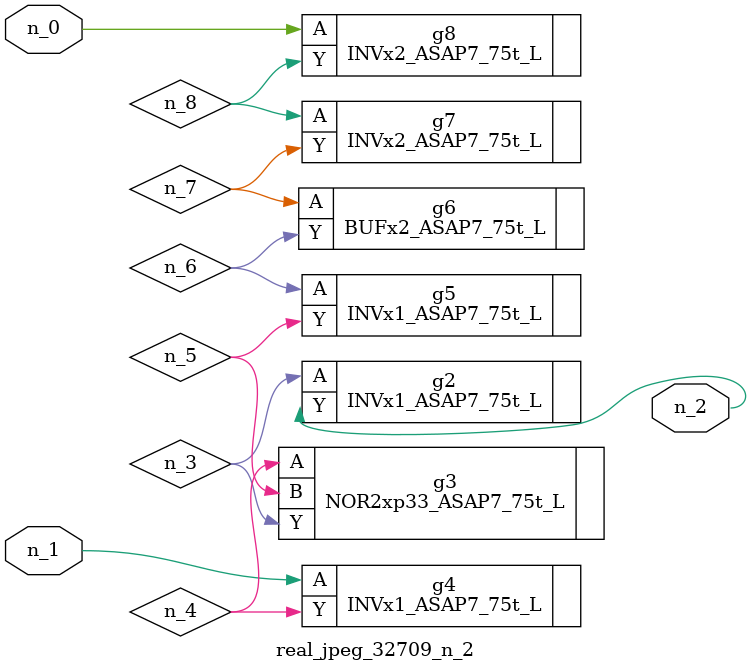
<source format=v>
module real_jpeg_32709_n_2 (n_1, n_0, n_2);

input n_1;
input n_0;

output n_2;

wire n_5;
wire n_4;
wire n_8;
wire n_6;
wire n_7;
wire n_3;

INVx2_ASAP7_75t_L g8 ( 
.A(n_0),
.Y(n_8)
);

INVx1_ASAP7_75t_L g4 ( 
.A(n_1),
.Y(n_4)
);

INVx1_ASAP7_75t_L g2 ( 
.A(n_3),
.Y(n_2)
);

NOR2xp33_ASAP7_75t_L g3 ( 
.A(n_4),
.B(n_5),
.Y(n_3)
);

INVx1_ASAP7_75t_L g5 ( 
.A(n_6),
.Y(n_5)
);

BUFx2_ASAP7_75t_L g6 ( 
.A(n_7),
.Y(n_6)
);

INVx2_ASAP7_75t_L g7 ( 
.A(n_8),
.Y(n_7)
);


endmodule
</source>
